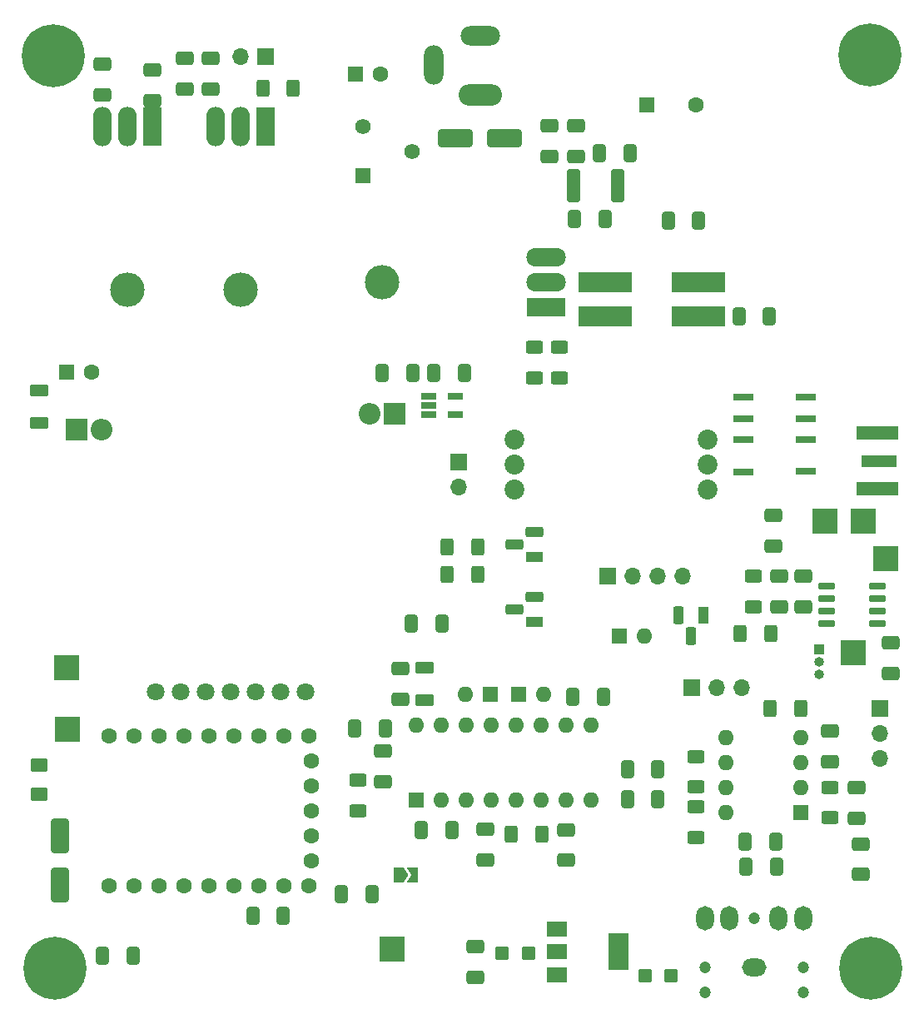
<source format=gbr>
%TF.GenerationSoftware,KiCad,Pcbnew,8.99.0-unknown-498d2c9db1~178~ubuntu22.04.1*%
%TF.CreationDate,2024-05-19T12:04:38+05:30*%
%TF.ProjectId,DDX-1-R2.01,4444582d-312d-4523-922e-30312e6b6963,rev?*%
%TF.SameCoordinates,Original*%
%TF.FileFunction,Soldermask,Top*%
%TF.FilePolarity,Negative*%
%FSLAX46Y46*%
G04 Gerber Fmt 4.6, Leading zero omitted, Abs format (unit mm)*
G04 Created by KiCad (PCBNEW 8.99.0-unknown-498d2c9db1~178~ubuntu22.04.1) date 2024-05-19 12:04:38*
%MOMM*%
%LPD*%
G01*
G04 APERTURE LIST*
G04 Aperture macros list*
%AMRoundRect*
0 Rectangle with rounded corners*
0 $1 Rounding radius*
0 $2 $3 $4 $5 $6 $7 $8 $9 X,Y pos of 4 corners*
0 Add a 4 corners polygon primitive as box body*
4,1,4,$2,$3,$4,$5,$6,$7,$8,$9,$2,$3,0*
0 Add four circle primitives for the rounded corners*
1,1,$1+$1,$2,$3*
1,1,$1+$1,$4,$5*
1,1,$1+$1,$6,$7*
1,1,$1+$1,$8,$9*
0 Add four rect primitives between the rounded corners*
20,1,$1+$1,$2,$3,$4,$5,0*
20,1,$1+$1,$4,$5,$6,$7,0*
20,1,$1+$1,$6,$7,$8,$9,0*
20,1,$1+$1,$8,$9,$2,$3,0*%
%AMFreePoly0*
4,1,6,1.000000,0.000000,0.500000,-0.750000,-0.500000,-0.750000,-0.500000,0.750000,0.500000,0.750000,1.000000,0.000000,1.000000,0.000000,$1*%
%AMFreePoly1*
4,1,6,0.500000,-0.750000,-0.650000,-0.750000,-0.150000,0.000000,-0.650000,0.750000,0.500000,0.750000,0.500000,-0.750000,0.500000,-0.750000,$1*%
G04 Aperture macros list end*
%ADD10RoundRect,0.250000X0.412500X0.650000X-0.412500X0.650000X-0.412500X-0.650000X0.412500X-0.650000X0*%
%ADD11O,3.500000X3.500000*%
%ADD12R,4.000000X1.905000*%
%ADD13O,4.000000X1.905000*%
%ADD14RoundRect,0.250000X-1.500000X-0.650000X1.500000X-0.650000X1.500000X0.650000X-1.500000X0.650000X0*%
%ADD15R,1.600000X1.600000*%
%ADD16C,1.600000*%
%ADD17RoundRect,0.250000X-0.400000X-0.625000X0.400000X-0.625000X0.400000X0.625000X-0.400000X0.625000X0*%
%ADD18R,2.500000X2.500000*%
%ADD19R,1.560000X1.560000*%
%ADD20C,1.560000*%
%ADD21R,2.000000X1.500000*%
%ADD22R,2.000000X3.800000*%
%ADD23RoundRect,0.250000X0.625000X-0.400000X0.625000X0.400000X-0.625000X0.400000X-0.625000X-0.400000X0*%
%ADD24R,2.200000X2.200000*%
%ADD25O,2.200000X2.200000*%
%ADD26C,0.800000*%
%ADD27C,6.400000*%
%ADD28RoundRect,0.250000X-0.412500X-0.650000X0.412500X-0.650000X0.412500X0.650000X-0.412500X0.650000X0*%
%ADD29R,1.560000X0.650000*%
%ADD30R,3.600000X1.270000*%
%ADD31R,4.200000X1.350000*%
%ADD32RoundRect,0.250000X0.650000X-0.412500X0.650000X0.412500X-0.650000X0.412500X-0.650000X-0.412500X0*%
%ADD33RoundRect,0.250000X-0.625000X0.400000X-0.625000X-0.400000X0.625000X-0.400000X0.625000X0.400000X0*%
%ADD34RoundRect,0.250000X0.700000X-0.362500X0.700000X0.362500X-0.700000X0.362500X-0.700000X-0.362500X0*%
%ADD35O,1.600000X1.600000*%
%ADD36C,2.020000*%
%ADD37O,4.400000X2.200000*%
%ADD38O,4.000000X2.000000*%
%ADD39O,2.000000X4.000000*%
%ADD40R,1.700000X1.700000*%
%ADD41O,1.700000X1.700000*%
%ADD42C,1.200000*%
%ADD43O,1.800000X2.500000*%
%ADD44O,2.500000X1.800000*%
%ADD45RoundRect,0.250000X-0.650000X0.412500X-0.650000X-0.412500X0.650000X-0.412500X0.650000X0.412500X0*%
%ADD46R,1.905000X4.000000*%
%ADD47O,1.905000X4.000000*%
%ADD48R,5.500000X2.150000*%
%ADD49R,1.800000X1.100000*%
%ADD50RoundRect,0.275000X0.625000X-0.275000X0.625000X0.275000X-0.625000X0.275000X-0.625000X-0.275000X0*%
%ADD51RoundRect,0.250000X-0.450000X-0.425000X0.450000X-0.425000X0.450000X0.425000X-0.450000X0.425000X0*%
%ADD52FreePoly0,0.000000*%
%ADD53FreePoly1,0.000000*%
%ADD54R,1.000000X1.000000*%
%ADD55O,1.000000X1.000000*%
%ADD56RoundRect,0.250001X-0.624999X0.462499X-0.624999X-0.462499X0.624999X-0.462499X0.624999X0.462499X0*%
%ADD57R,2.150000X0.800000*%
%ADD58RoundRect,0.250000X0.400000X0.625000X-0.400000X0.625000X-0.400000X-0.625000X0.400000X-0.625000X0*%
%ADD59RoundRect,0.150000X-0.725000X-0.150000X0.725000X-0.150000X0.725000X0.150000X-0.725000X0.150000X0*%
%ADD60RoundRect,0.250000X0.400000X1.450000X-0.400000X1.450000X-0.400000X-1.450000X0.400000X-1.450000X0*%
%ADD61RoundRect,0.250000X0.450000X0.425000X-0.450000X0.425000X-0.450000X-0.425000X0.450000X-0.425000X0*%
%ADD62RoundRect,0.250000X0.650000X-1.500000X0.650000X1.500000X-0.650000X1.500000X-0.650000X-1.500000X0*%
%ADD63R,1.100000X1.800000*%
%ADD64RoundRect,0.275000X0.275000X0.625000X-0.275000X0.625000X-0.275000X-0.625000X0.275000X-0.625000X0*%
%ADD65C,1.800000*%
G04 APERTURE END LIST*
D10*
%TO.C,C7*%
X213272500Y-92850000D03*
X210147500Y-92850000D03*
%TD*%
D11*
%TO.C,Q2*%
X173876000Y-89407000D03*
D12*
X190536000Y-91947000D03*
D13*
X190536000Y-89407000D03*
X190536000Y-86867000D03*
%TD*%
D14*
%TO.C,D1*%
X181302000Y-74704315D03*
X186302000Y-74704315D03*
%TD*%
D15*
%TO.C,C5*%
X200797349Y-71350000D03*
D16*
X205797349Y-71350000D03*
%TD*%
D15*
%TO.C,C14*%
X171169888Y-68175000D03*
D16*
X173669888Y-68175000D03*
%TD*%
D10*
%TO.C,C21*%
X148565000Y-157890000D03*
X145440000Y-157890000D03*
%TD*%
D17*
%TO.C,R5*%
X180480000Y-116270000D03*
X183580000Y-116270000D03*
%TD*%
D18*
%TO.C,TP1*%
X141840000Y-134880000D03*
%TD*%
D19*
%TO.C,RV1*%
X171910000Y-78550000D03*
D20*
X176910000Y-76050000D03*
X171910000Y-73550000D03*
%TD*%
D21*
%TO.C,U4*%
X191630000Y-155190000D03*
X191630000Y-157490000D03*
D22*
X197930000Y-157490000D03*
D21*
X191630000Y-159790000D03*
%TD*%
D23*
%TO.C,R2*%
X211640000Y-122380000D03*
X211640000Y-119280000D03*
%TD*%
D15*
%TO.C,C44*%
X141820000Y-98540000D03*
D16*
X144320000Y-98540000D03*
%TD*%
D18*
%TO.C,TP7*%
X221790000Y-127070000D03*
%TD*%
D24*
%TO.C,D5*%
X142780000Y-104370000D03*
D25*
X145320000Y-104370000D03*
%TD*%
D26*
%TO.C,H3*%
X138152944Y-159132944D03*
X138855888Y-157435888D03*
X138855888Y-160830000D03*
X140552944Y-156732944D03*
D27*
X140552944Y-159132944D03*
D26*
X140552944Y-161532944D03*
X142250000Y-157435888D03*
X142250000Y-160830000D03*
X142952944Y-159132944D03*
%TD*%
D28*
%TO.C,C17*%
X195967500Y-76220000D03*
X199092500Y-76220000D03*
%TD*%
D29*
%TO.C,U2*%
X178600000Y-100950000D03*
X178600000Y-101900000D03*
X178600000Y-102850000D03*
X181300000Y-102850000D03*
X181300000Y-100950000D03*
%TD*%
D30*
%TO.C,ANTENNA1*%
X224430000Y-107555000D03*
D31*
X224230000Y-110380000D03*
X224230000Y-104730000D03*
%TD*%
D32*
%TO.C,C4*%
X214240000Y-122392500D03*
X214240000Y-119267500D03*
%TD*%
D33*
%TO.C,R1*%
X191886000Y-96000000D03*
X191886000Y-99100000D03*
%TD*%
D34*
%TO.C,L5*%
X178190000Y-131912500D03*
X178190000Y-128587500D03*
%TD*%
D15*
%TO.C,D3*%
X197970000Y-125390000D03*
D35*
X200510000Y-125390000D03*
%TD*%
D36*
%TO.C,BPF2*%
X187340000Y-105370000D03*
X187340000Y-107910000D03*
X187340000Y-110450000D03*
X207010000Y-105370000D03*
X207010000Y-107910000D03*
X207010000Y-110450000D03*
%TD*%
D10*
%TO.C,C26*%
X179982500Y-124070000D03*
X176857500Y-124070000D03*
%TD*%
D37*
%TO.C,Power1*%
X183850000Y-70312500D03*
D38*
X183850000Y-64312500D03*
D39*
X179150000Y-67312500D03*
%TD*%
D32*
%TO.C,C30*%
X156400000Y-69700000D03*
X156400000Y-66575000D03*
%TD*%
D40*
%TO.C,VOL1*%
X205334000Y-130580000D03*
D41*
X207874000Y-130580000D03*
X210414000Y-130580000D03*
%TD*%
D33*
%TO.C,R7*%
X171370000Y-140010000D03*
X171370000Y-143110000D03*
%TD*%
D32*
%TO.C,C40*%
X222086000Y-143898000D03*
X222086000Y-140773000D03*
%TD*%
D42*
%TO.C,SPK1*%
X206680000Y-161590000D03*
X216680000Y-161590000D03*
X206680000Y-159090000D03*
X216680000Y-159090000D03*
X211680000Y-154090000D03*
D43*
X206680000Y-154090000D03*
X209180000Y-154090000D03*
D44*
X211680000Y-159090000D03*
D43*
X216680000Y-154090000D03*
X214180000Y-154090000D03*
%TD*%
D32*
%TO.C,C9*%
X145450000Y-70312500D03*
X145450000Y-67187500D03*
%TD*%
D28*
%TO.C,C29*%
X177813500Y-145128000D03*
X180938500Y-145128000D03*
%TD*%
D10*
%TO.C,C39*%
X201932500Y-141930000D03*
X198807500Y-141930000D03*
%TD*%
D28*
%TO.C,C16*%
X179137500Y-98624500D03*
X182262500Y-98624500D03*
%TD*%
D15*
%TO.C,U7*%
X177356000Y-142058000D03*
D35*
X179896000Y-142058000D03*
X182436000Y-142058000D03*
X184976000Y-142058000D03*
X187516000Y-142058000D03*
X190056000Y-142058000D03*
X192596000Y-142058000D03*
X195136000Y-142058000D03*
X195136000Y-134438000D03*
X192596000Y-134438000D03*
X190056000Y-134438000D03*
X187516000Y-134438000D03*
X184976000Y-134438000D03*
X182436000Y-134438000D03*
X179896000Y-134438000D03*
X177356000Y-134438000D03*
%TD*%
D15*
%TO.C,D9*%
X187714315Y-131280000D03*
D35*
X190254315Y-131280000D03*
%TD*%
D28*
%TO.C,C42*%
X210811000Y-146233000D03*
X213936000Y-146233000D03*
%TD*%
D26*
%TO.C,H4*%
X221130000Y-159130000D03*
X221832944Y-157432944D03*
X221832944Y-160827056D03*
X223530000Y-156730000D03*
D27*
X223530000Y-159130000D03*
D26*
X223530000Y-161530000D03*
X225227056Y-157432944D03*
X225227056Y-160827056D03*
X225930000Y-159130000D03*
%TD*%
D33*
%TO.C,R11*%
X205800000Y-142720000D03*
X205800000Y-145820000D03*
%TD*%
D45*
%TO.C,C2*%
X216700000Y-119267500D03*
X216700000Y-122392500D03*
%TD*%
D18*
%TO.C,TP2*%
X141770000Y-128540000D03*
%TD*%
D45*
%TO.C,C13*%
X213660000Y-113117500D03*
X213660000Y-116242500D03*
%TD*%
D32*
%TO.C,C1*%
X150490000Y-70932500D03*
X150490000Y-67807500D03*
%TD*%
D18*
%TO.C,TP3*%
X218920000Y-113650000D03*
%TD*%
D23*
%TO.C,R10*%
X205810000Y-140696000D03*
X205810000Y-137596000D03*
%TD*%
D11*
%TO.C,U1*%
X147980000Y-90170000D03*
D46*
X150520000Y-73510000D03*
D47*
X147980000Y-73510000D03*
X145440000Y-73510000D03*
%TD*%
D15*
%TO.C,U8*%
X216496000Y-143333000D03*
D35*
X216496000Y-140793000D03*
X216496000Y-138253000D03*
X216496000Y-135713000D03*
X208876000Y-135713000D03*
X208876000Y-138253000D03*
X208876000Y-140793000D03*
X208876000Y-143333000D03*
%TD*%
D48*
%TO.C,T1*%
X196540000Y-89390000D03*
X196540000Y-92820000D03*
X206040000Y-92820000D03*
X206040000Y-89390000D03*
%TD*%
D45*
%TO.C,C37*%
X192620000Y-145047500D03*
X192620000Y-148172500D03*
%TD*%
D17*
%TO.C,R3*%
X180490000Y-119110000D03*
X183590000Y-119110000D03*
%TD*%
D32*
%TO.C,C10*%
X193610000Y-76592500D03*
X193610000Y-73467500D03*
%TD*%
D10*
%TO.C,C35*%
X174210000Y-134770000D03*
X171085000Y-134770000D03*
%TD*%
D24*
%TO.C,D4*%
X175143234Y-102750000D03*
D25*
X172603234Y-102750000D03*
%TD*%
D32*
%TO.C,C32*%
X153825000Y-69725000D03*
X153825000Y-66600000D03*
%TD*%
D18*
%TO.C,TP6*%
X225070000Y-117490000D03*
%TD*%
D49*
%TO.C,Q3*%
X189380000Y-123920000D03*
D50*
X187310000Y-122650000D03*
X189380000Y-121380000D03*
%TD*%
D45*
%TO.C,C36*%
X184324000Y-145020000D03*
X184324000Y-148145000D03*
%TD*%
D51*
%TO.C,C46*%
X200587500Y-159940000D03*
X203287500Y-159940000D03*
%TD*%
D28*
%TO.C,C38*%
X198807500Y-138880000D03*
X201932500Y-138880000D03*
%TD*%
D10*
%TO.C,C3*%
X206080000Y-83070000D03*
X202955000Y-83070000D03*
%TD*%
%TO.C,C23*%
X176967100Y-98624500D03*
X173842100Y-98624500D03*
%TD*%
D40*
%TO.C,J2*%
X196790000Y-119290000D03*
D41*
X199330000Y-119290000D03*
X201870000Y-119290000D03*
X204410000Y-119290000D03*
%TD*%
D28*
%TO.C,C27*%
X160707500Y-153830000D03*
X163832500Y-153830000D03*
%TD*%
D32*
%TO.C,C41*%
X219376000Y-138122500D03*
X219376000Y-134997500D03*
%TD*%
%TO.C,C47*%
X183320000Y-160050000D03*
X183320000Y-156925000D03*
%TD*%
D16*
%TO.C,RZ1*%
X146110000Y-135550000D03*
X148650000Y-135550000D03*
X151190000Y-135550000D03*
X153730000Y-135550000D03*
X156270000Y-135550000D03*
X158810000Y-135550000D03*
X161350000Y-135550000D03*
X163890000Y-135550000D03*
X166430000Y-135550000D03*
X166640000Y-138090000D03*
X166640000Y-140630000D03*
X166640000Y-143170000D03*
X166640000Y-145710000D03*
X166640000Y-148250000D03*
X166430000Y-150790000D03*
X163890000Y-150790000D03*
X161350000Y-150790000D03*
X158810000Y-150790000D03*
X156270000Y-150790000D03*
X153730000Y-150790000D03*
X151190000Y-150790000D03*
X146110000Y-150790000D03*
X148650000Y-150790000D03*
%TD*%
D52*
%TO.C,JP4*%
X175530000Y-149640000D03*
D53*
X176980000Y-149640000D03*
%TD*%
D28*
%TO.C,C6*%
X193397500Y-82930000D03*
X196522500Y-82930000D03*
%TD*%
D32*
%TO.C,C15*%
X225570000Y-129172500D03*
X225570000Y-126047500D03*
%TD*%
D45*
%TO.C,C43*%
X222526000Y-146490000D03*
X222526000Y-149615000D03*
%TD*%
D40*
%TO.C,GAIN1*%
X224510000Y-132740000D03*
D41*
X224510000Y-135280000D03*
X224510000Y-137820000D03*
%TD*%
D26*
%TO.C,H1*%
X138042944Y-66312944D03*
X138745888Y-64615888D03*
X138745888Y-68010000D03*
X140442944Y-63912944D03*
D27*
X140442944Y-66312944D03*
D26*
X140442944Y-68712944D03*
X142140000Y-64615888D03*
X142140000Y-68010000D03*
X142842944Y-66312944D03*
%TD*%
D15*
%TO.C,D8*%
X184916000Y-131248000D03*
D35*
X182376000Y-131248000D03*
%TD*%
D45*
%TO.C,C31*%
X173990000Y-137047500D03*
X173990000Y-140172500D03*
%TD*%
D54*
%TO.C,GAIN2*%
X218300000Y-126720000D03*
D55*
X218300000Y-127990000D03*
X218300000Y-129260000D03*
%TD*%
D56*
%TO.C,F2*%
X138980000Y-138450000D03*
X138980000Y-141425000D03*
%TD*%
D11*
%TO.C,U3*%
X159480000Y-90170000D03*
D46*
X162020000Y-73510000D03*
D47*
X159480000Y-73510000D03*
X156940000Y-73510000D03*
%TD*%
D32*
%TO.C,CX1*%
X175720000Y-131782500D03*
X175720000Y-128657500D03*
%TD*%
D17*
%TO.C,R14*%
X161750000Y-69650000D03*
X164850000Y-69650000D03*
%TD*%
D57*
%TO.C,K1*%
X216970000Y-108620000D03*
X216970000Y-105420000D03*
X216970000Y-103220000D03*
X216970000Y-101020000D03*
X210620000Y-101020000D03*
X210620000Y-103220000D03*
X210620000Y-105420000D03*
X210620000Y-108700000D03*
%TD*%
D34*
%TO.C,L4*%
X138990000Y-103712500D03*
X138990000Y-100387500D03*
%TD*%
D58*
%TO.C,Rin1*%
X216434000Y-132768000D03*
X213334000Y-132768000D03*
%TD*%
D59*
%TO.C,U6*%
X219115000Y-120310000D03*
X219115000Y-121580000D03*
X219115000Y-122850000D03*
X219115000Y-124120000D03*
X224265000Y-124120000D03*
X224265000Y-122850000D03*
X224265000Y-121580000D03*
X224265000Y-120310000D03*
%TD*%
D60*
%TO.C,F1*%
X197815000Y-79570000D03*
X193365000Y-79570000D03*
%TD*%
D23*
%TO.C,Rf1*%
X219426000Y-143853000D03*
X219426000Y-140753000D03*
%TD*%
D10*
%TO.C,C28*%
X196402500Y-131504000D03*
X193277500Y-131504000D03*
%TD*%
D61*
%TO.C,C45*%
X188760000Y-157630000D03*
X186060000Y-157630000D03*
%TD*%
D23*
%TO.C,R12*%
X189350000Y-99100000D03*
X189350000Y-96000000D03*
%TD*%
D26*
%TO.C,H2*%
X221057056Y-66302944D03*
X221760000Y-64605888D03*
X221760000Y-68000000D03*
X223457056Y-63902944D03*
D27*
X223457056Y-66302944D03*
D26*
X223457056Y-68702944D03*
X225154112Y-64605888D03*
X225154112Y-68000000D03*
X225857056Y-66302944D03*
%TD*%
D49*
%TO.C,Q4*%
X189370000Y-117340000D03*
D50*
X187300000Y-116070000D03*
X189370000Y-114800000D03*
%TD*%
D62*
%TO.C,D2*%
X141100000Y-150710000D03*
X141100000Y-145710000D03*
%TD*%
D40*
%TO.C,JP1*%
X181680000Y-107700000D03*
D41*
X181680000Y-110240000D03*
%TD*%
D10*
%TO.C,C12*%
X172852500Y-151610000D03*
X169727500Y-151610000D03*
%TD*%
D40*
%TO.C,JP2*%
X162030000Y-66400000D03*
D41*
X159490000Y-66400000D03*
%TD*%
D18*
%TO.C,TP5*%
X174900000Y-157200000D03*
%TD*%
%TO.C,TP4*%
X222840000Y-113670000D03*
%TD*%
D58*
%TO.C,R4*%
X213380000Y-125090000D03*
X210280000Y-125090000D03*
%TD*%
D63*
%TO.C,Q1*%
X206530000Y-123260000D03*
D64*
X205260000Y-125330000D03*
X203990000Y-123260000D03*
%TD*%
D28*
%TO.C,C25*%
X210857500Y-148780000D03*
X213982500Y-148780000D03*
%TD*%
D17*
%TO.C,R6*%
X187014000Y-145496000D03*
X190114000Y-145496000D03*
%TD*%
D65*
%TO.C,U5*%
X166070500Y-131043200D03*
X163530500Y-131043200D03*
X160990500Y-131043200D03*
X158450500Y-131043200D03*
X155910500Y-131043200D03*
X153370500Y-131043200D03*
X150830500Y-131043200D03*
%TD*%
D32*
%TO.C,C11*%
X190910000Y-76582500D03*
X190910000Y-73457500D03*
%TD*%
M02*

</source>
